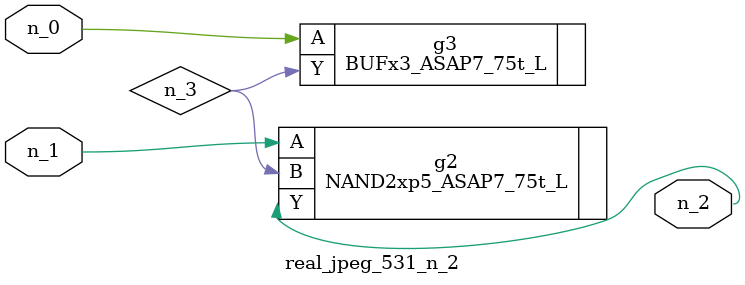
<source format=v>
module real_jpeg_531_n_2 (n_1, n_0, n_2);

input n_1;
input n_0;

output n_2;

wire n_3;

BUFx3_ASAP7_75t_L g3 ( 
.A(n_0),
.Y(n_3)
);

NAND2xp5_ASAP7_75t_L g2 ( 
.A(n_1),
.B(n_3),
.Y(n_2)
);


endmodule
</source>
